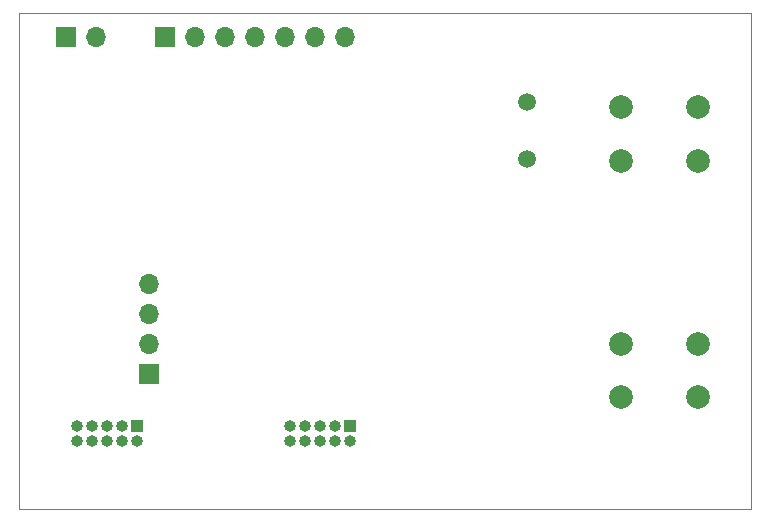
<source format=gbr>
G04 #@! TF.FileFunction,Soldermask,Bot*
%FSLAX46Y46*%
G04 Gerber Fmt 4.6, Leading zero omitted, Abs format (unit mm)*
G04 Created by KiCad (PCBNEW 4.0.7) date 06/22/18 13:57:38*
%MOMM*%
%LPD*%
G01*
G04 APERTURE LIST*
%ADD10C,0.100000*%
%ADD11R,1.000000X1.000000*%
%ADD12O,1.000000X1.000000*%
%ADD13R,1.700000X1.700000*%
%ADD14O,1.700000X1.700000*%
%ADD15C,2.000000*%
%ADD16C,1.500000*%
G04 APERTURE END LIST*
D10*
X112000000Y-40000000D02*
X50000000Y-40000000D01*
X112000000Y-82000000D02*
X112000000Y-40000000D01*
X50000000Y-82000000D02*
X112000000Y-82000000D01*
X50000000Y-40000000D02*
X50000000Y-82000000D01*
D11*
X60000000Y-75000000D03*
D12*
X60000000Y-76270000D03*
X58730000Y-75000000D03*
X58730000Y-76270000D03*
X57460000Y-75000000D03*
X57460000Y-76270000D03*
X56190000Y-75000000D03*
X56190000Y-76270000D03*
X54920000Y-75000000D03*
X54920000Y-76270000D03*
D13*
X61000000Y-70540000D03*
D14*
X61000000Y-68000000D03*
X61000000Y-65460000D03*
X61000000Y-62920000D03*
D11*
X78000000Y-75000000D03*
D12*
X78000000Y-76270000D03*
X76730000Y-75000000D03*
X76730000Y-76270000D03*
X75460000Y-75000000D03*
X75460000Y-76270000D03*
X74190000Y-75000000D03*
X74190000Y-76270000D03*
X72920000Y-75000000D03*
X72920000Y-76270000D03*
D13*
X53960000Y-42000000D03*
D14*
X56500000Y-42000000D03*
D15*
X101000000Y-52500000D03*
X101000000Y-48000000D03*
X107500000Y-52500000D03*
X107500000Y-48000000D03*
X101000000Y-72500000D03*
X101000000Y-68000000D03*
X107500000Y-72500000D03*
X107500000Y-68000000D03*
D13*
X62380000Y-42000000D03*
D14*
X64920000Y-42000000D03*
X67460000Y-42000000D03*
X70000000Y-42000000D03*
X72540000Y-42000000D03*
X75080000Y-42000000D03*
X77620000Y-42000000D03*
D16*
X93000000Y-47520000D03*
X93000000Y-52400000D03*
M02*

</source>
